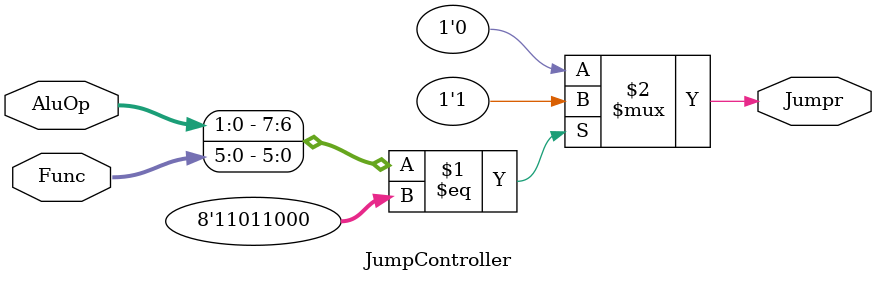
<source format=v>
`timescale 1ns/1ns
module JumpController(input [1:0] AluOp, input [5:0] Func, output Jumpr);
    assign Jumpr = ({AluOp, Func} == 8'b11011000) ? 1'b1 : 1'b0;

endmodule
</source>
